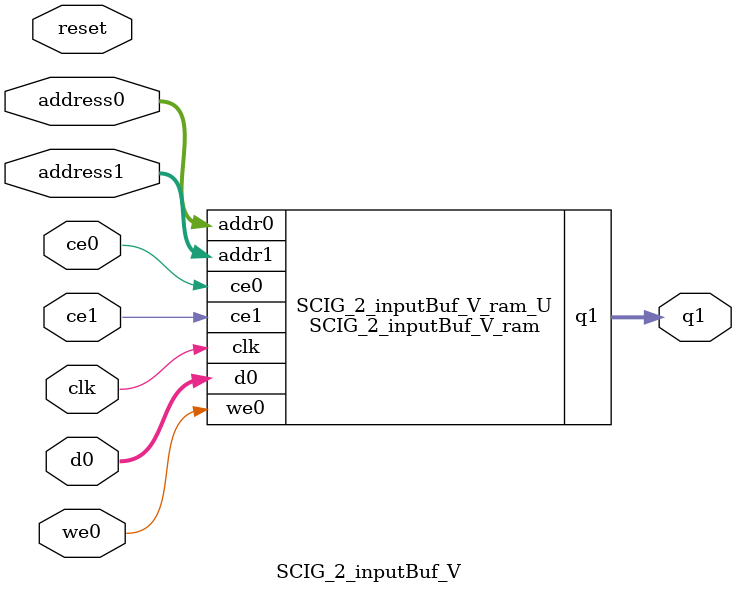
<source format=v>
`timescale 1 ns / 1 ps
module SCIG_2_inputBuf_V_ram (addr0, ce0, d0, we0, addr1, ce1, q1,  clk);

parameter DWIDTH = 16;
parameter AWIDTH = 14;
parameter MEM_SIZE = 10500;

input[AWIDTH-1:0] addr0;
input ce0;
input[DWIDTH-1:0] d0;
input we0;
input[AWIDTH-1:0] addr1;
input ce1;
output reg[DWIDTH-1:0] q1;
input clk;

(* ram_style = "block" *)reg [DWIDTH-1:0] ram[0:MEM_SIZE-1];




always @(posedge clk)  
begin 
    if (ce0) 
    begin
        if (we0) 
        begin 
            ram[addr0] <= d0; 
        end 
    end
end


always @(posedge clk)  
begin 
    if (ce1) 
    begin
        q1 <= ram[addr1];
    end
end


endmodule

`timescale 1 ns / 1 ps
module SCIG_2_inputBuf_V(
    reset,
    clk,
    address0,
    ce0,
    we0,
    d0,
    address1,
    ce1,
    q1);

parameter DataWidth = 32'd16;
parameter AddressRange = 32'd10500;
parameter AddressWidth = 32'd14;
input reset;
input clk;
input[AddressWidth - 1:0] address0;
input ce0;
input we0;
input[DataWidth - 1:0] d0;
input[AddressWidth - 1:0] address1;
input ce1;
output[DataWidth - 1:0] q1;



SCIG_2_inputBuf_V_ram SCIG_2_inputBuf_V_ram_U(
    .clk( clk ),
    .addr0( address0 ),
    .ce0( ce0 ),
    .we0( we0 ),
    .d0( d0 ),
    .addr1( address1 ),
    .ce1( ce1 ),
    .q1( q1 ));

endmodule


</source>
